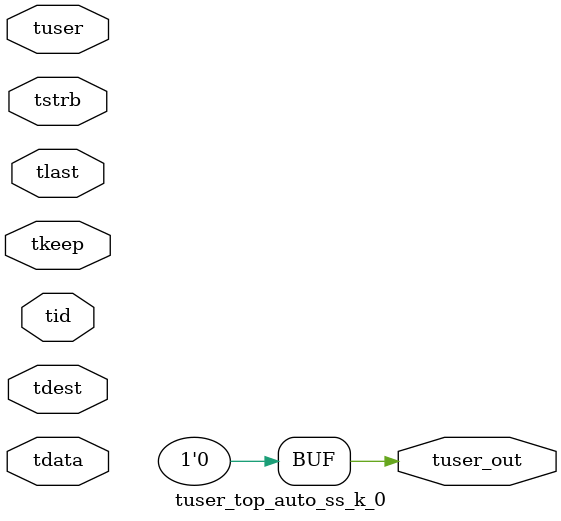
<source format=v>


`timescale 1ps/1ps

module tuser_top_auto_ss_k_0 #
(
parameter C_S_AXIS_TUSER_WIDTH = 1,
parameter C_S_AXIS_TDATA_WIDTH = 32,
parameter C_S_AXIS_TID_WIDTH   = 0,
parameter C_S_AXIS_TDEST_WIDTH = 0,
parameter C_M_AXIS_TUSER_WIDTH = 1
)
(
input  [(C_S_AXIS_TUSER_WIDTH == 0 ? 1 : C_S_AXIS_TUSER_WIDTH)-1:0     ] tuser,
input  [(C_S_AXIS_TDATA_WIDTH == 0 ? 1 : C_S_AXIS_TDATA_WIDTH)-1:0     ] tdata,
input  [(C_S_AXIS_TID_WIDTH   == 0 ? 1 : C_S_AXIS_TID_WIDTH)-1:0       ] tid,
input  [(C_S_AXIS_TDEST_WIDTH == 0 ? 1 : C_S_AXIS_TDEST_WIDTH)-1:0     ] tdest,
input  [(C_S_AXIS_TDATA_WIDTH/8)-1:0 ] tkeep,
input  [(C_S_AXIS_TDATA_WIDTH/8)-1:0 ] tstrb,
input                                                                    tlast,
output [C_M_AXIS_TUSER_WIDTH-1:0] tuser_out
);

assign tuser_out = {1'b0};

endmodule


</source>
